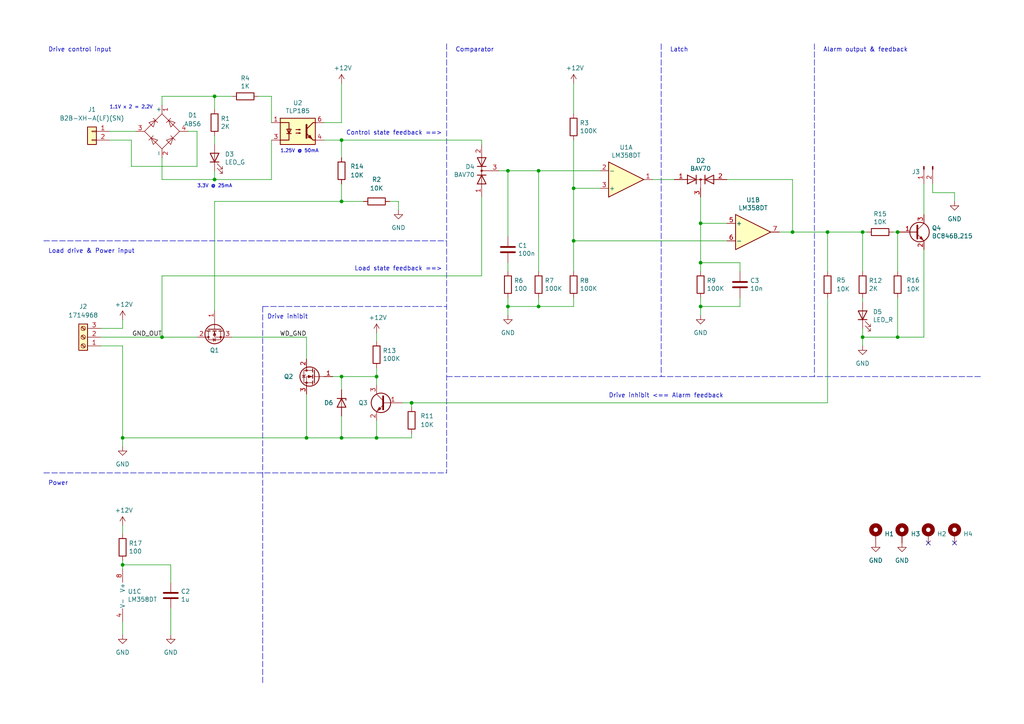
<source format=kicad_sch>
(kicad_sch (version 20211123) (generator eeschema)
  (paper "A4")
  (title_block (title "WD SSR") (date "2022-10-19") (rev "1.1") (company "Elias Rodriguez Martin"))
  (lib_symbols
    (symbol "Amplifier_Operational:LM358" (pin_names (offset 0.127))
      (property "Reference" "U" (at 0 5.08 0))
      (property "Value" "LM358" (at 0 -5.08 0))
      (symbol "LM358_1_1"
        (polyline (pts (xy -5.08 5.08) (xy 5.08 0) (xy -5.08 -5.08) (xy -5.08 5.08)) (stroke (width 0.254)) (fill (type background)))
        (pin output line (at 7.62 0 180) (length 2.54) (name "~") (number "1"))
        (pin input line (at -7.62 -2.54 0) (length 2.54) (name "-") (number "2"))
        (pin input line (at -7.62 2.54 0) (length 2.54) (name "+") (number "3"))
      )
      (symbol "LM358_2_1"
        (polyline (pts (xy -5.08 5.08) (xy 5.08 0) (xy -5.08 -5.08) (xy -5.08 5.08)) (stroke (width 0.254)) (fill (type background)))
        (pin input line (at -7.62 2.54 0) (length 2.54) (name "+") (number "5"))
        (pin input line (at -7.62 -2.54 0) (length 2.54) (name "-") (number "6"))
        (pin output line (at 7.62 0 180) (length 2.54) (name "~") (number "7"))
      )
      (symbol "LM358_3_1"
        (pin power_in line (at -2.54 -7.62 90) (length 3.81) (name "V-") (number "4"))
        (pin power_in line (at -2.54 7.62 270) (length 3.81) (name "V+") (number "8"))
      )
    )
    (symbol "Connector:Conn_01x02_Male" (pin_names (offset 1.016) hide)
      (property "Reference" "J" (at 0 2.54 0))
      (property "Value" "Conn_01x02_Male" (at 0 -5.08 0))
      (symbol "Conn_01x02_Male_1_1"
        (polyline (pts (xy 1.27 -2.54) (xy 0.8636 -2.54)) (stroke (width 0.1524)))
        (polyline (pts (xy 1.27 0) (xy 0.8636 0)) (stroke (width 0.1524)))
        (rectangle (start 0.8636 -2.413) (end 0 -2.667) (stroke (width 0.1524)) (fill (type outline)))
        (rectangle (start 0.8636 0.127) (end 0 -0.127) (stroke (width 0.1524)) (fill (type outline)))
        (pin passive line (at 5.08 0 180) (length 3.81) (name "Pin_1") (number "1"))
        (pin passive line (at 5.08 -2.54 180) (length 3.81) (name "Pin_2") (number "2"))
      )
    )
    (symbol "Connector:Screw_Terminal_01x03" (pin_names (offset 1.016) hide)
      (property "Reference" "J" (at 0 5.08 0))
      (property "Value" "Screw_Terminal_01x03" (at 0 -5.08 0))
      (symbol "Screw_Terminal_01x03_1_1"
        (rectangle (start -1.27 3.81) (end 1.27 -3.81) (stroke (width 0.254)) (fill (type background)))
        (circle (center 0 -2.54) (radius 0.635) (stroke (width 0.1524)))
        (polyline (pts (xy -0.5334 -2.2098) (xy 0.3302 -3.048)) (stroke (width 0.1524)))
        (polyline (pts (xy -0.5334 0.3302) (xy 0.3302 -0.508)) (stroke (width 0.1524)))
        (polyline (pts (xy -0.5334 2.8702) (xy 0.3302 2.032)) (stroke (width 0.1524)))
        (polyline (pts (xy -0.3556 -2.032) (xy 0.508 -2.8702)) (stroke (width 0.1524)))
        (polyline (pts (xy -0.3556 0.508) (xy 0.508 -0.3302)) (stroke (width 0.1524)))
        (polyline (pts (xy -0.3556 3.048) (xy 0.508 2.2098)) (stroke (width 0.1524)))
        (circle (center 0 0) (radius 0.635) (stroke (width 0.1524)))
        (circle (center 0 2.54) (radius 0.635) (stroke (width 0.1524)))
        (pin passive line (at -5.08 2.54 0) (length 3.81) (name "Pin_1") (number "1"))
        (pin passive line (at -5.08 0 0) (length 3.81) (name "Pin_2") (number "2"))
        (pin passive line (at -5.08 -2.54 0) (length 3.81) (name "Pin_3") (number "3"))
      )
    )
    (symbol "Connector_Generic:Conn_01x02" (pin_names (offset 1.016) hide)
      (property "Reference" "J" (at 0 2.54 0))
      (property "Value" "Conn_01x02" (at 0 -5.08 0))
      (symbol "Conn_01x02_1_1"
        (rectangle (start -1.27 -2.413) (end 0 -2.667) (stroke (width 0.1524)))
        (rectangle (start -1.27 0.127) (end 0 -0.127) (stroke (width 0.1524)))
        (rectangle (start -1.27 1.27) (end 1.27 -3.81) (stroke (width 0.254)) (fill (type background)))
        (pin passive line (at -5.08 0 0) (length 3.81) (name "Pin_1") (number "1"))
        (pin passive line (at -5.08 -2.54 0) (length 3.81) (name "Pin_2") (number "2"))
      )
    )
    (symbol "Device:C" (pin_numbers hide) (pin_names (offset 0.254))
      (property "Reference" "C" (at 0.635 2.54 0))
      (property "Value" "C" (at 0.635 -2.54 0))
      (symbol "C_0_1"
        (polyline (pts (xy -2.032 -0.762) (xy 2.032 -0.762)) (stroke (width 0.508)))
        (polyline (pts (xy -2.032 0.762) (xy 2.032 0.762)) (stroke (width 0.508)))
      )
      (symbol "C_1_1"
        (pin passive line (at 0 3.81 270) (length 2.794) (name "~") (number "1"))
        (pin passive line (at 0 -3.81 90) (length 2.794) (name "~") (number "2"))
      )
    )
    (symbol "Device:D_Zener" (pin_numbers hide) (pin_names (offset 1.016) hide)
      (property "Reference" "D" (at 0 2.54 0))
      (property "Value" "D_Zener" (at 0 -2.54 0))
      (symbol "D_Zener_0_1"
        (polyline (pts (xy 1.27 0) (xy -1.27 0)))
        (polyline (pts (xy -1.27 -1.27) (xy -1.27 1.27) (xy -0.762 1.27)) (stroke (width 0.254)))
        (polyline (pts (xy 1.27 -1.27) (xy 1.27 1.27) (xy -1.27 0) (xy 1.27 -1.27)) (stroke (width 0.254)))
      )
      (symbol "D_Zener_1_1"
        (pin passive line (at -3.81 0 0) (length 2.54) (name "K") (number "1"))
        (pin passive line (at 3.81 0 180) (length 2.54) (name "A") (number "2"))
      )
    )
    (symbol "Device:LED" (pin_numbers hide) (pin_names (offset 1.016) hide)
      (property "Reference" "D" (at 0 2.54 0))
      (property "Value" "LED" (at 0 -2.54 0))
      (symbol "LED_0_1"
        (polyline (pts (xy -1.27 -1.27) (xy -1.27 1.27)) (stroke (width 0.254)))
        (polyline (pts (xy -1.27 0) (xy 1.27 0)))
        (polyline (pts (xy 1.27 -1.27) (xy 1.27 1.27) (xy -1.27 0) (xy 1.27 -1.27)) (stroke (width 0.254)))
        (polyline (pts (xy -3.048 -0.762) (xy -4.572 -2.286) (xy -3.81 -2.286) (xy -4.572 -2.286) (xy -4.572 -1.524)))
        (polyline (pts (xy -1.778 -0.762) (xy -3.302 -2.286) (xy -2.54 -2.286) (xy -3.302 -2.286) (xy -3.302 -1.524)))
      )
      (symbol "LED_1_1"
        (pin passive line (at -3.81 0 0) (length 2.54) (name "K") (number "1"))
        (pin passive line (at 3.81 0 180) (length 2.54) (name "A") (number "2"))
      )
    )
    (symbol "Device:Q_NMOS_GDS" (pin_names (offset 0) hide)
      (property "Reference" "Q" (at 5.08 1.27 0))
      (property "Value" "Q_NMOS_GDS" (at 5.08 -1.27 0))
      (symbol "Q_NMOS_GDS_0_1"
        (polyline (pts (xy 0.254 0) (xy -2.54 0)))
        (polyline (pts (xy 0.254 1.905) (xy 0.254 -1.905)) (stroke (width 0.254)))
        (polyline (pts (xy 0.762 -1.27) (xy 0.762 -2.286)) (stroke (width 0.254)))
        (polyline (pts (xy 0.762 0.508) (xy 0.762 -0.508)) (stroke (width 0.254)))
        (polyline (pts (xy 0.762 2.286) (xy 0.762 1.27)) (stroke (width 0.254)))
        (polyline (pts (xy 2.54 2.54) (xy 2.54 1.778)))
        (polyline (pts (xy 2.54 -2.54) (xy 2.54 0) (xy 0.762 0)))
        (polyline (pts (xy 0.762 -1.778) (xy 3.302 -1.778) (xy 3.302 1.778) (xy 0.762 1.778)))
        (polyline (pts (xy 1.016 0) (xy 2.032 0.381) (xy 2.032 -0.381) (xy 1.016 0)) (fill (type outline)))
        (polyline (pts (xy 2.794 0.508) (xy 2.921 0.381) (xy 3.683 0.381) (xy 3.81 0.254)))
        (polyline (pts (xy 3.302 0.381) (xy 2.921 -0.254) (xy 3.683 -0.254) (xy 3.302 0.381)))
        (circle (center 1.651 0) (radius 2.794) (stroke (width 0.254)))
        (circle (center 2.54 -1.778) (radius 0.254) (fill (type outline)))
        (circle (center 2.54 1.778) (radius 0.254) (fill (type outline)))
      )
      (symbol "Q_NMOS_GDS_1_1"
        (pin input line (at -5.08 0 0) (length 2.54) (name "G") (number "1"))
        (pin passive line (at 2.54 5.08 270) (length 2.54) (name "D") (number "2"))
        (pin passive line (at 2.54 -5.08 90) (length 2.54) (name "S") (number "3"))
      )
    )
    (symbol "Device:R" (pin_numbers hide) (pin_names (offset 0))
      (property "Reference" "R" (at 2.032 0 90))
      (property "Value" "R" (at 0 0 90))
      (symbol "R_0_1"
        (rectangle (start -1.016 -2.54) (end 1.016 2.54) (stroke (width 0.254)))
      )
      (symbol "R_1_1"
        (pin passive line (at 0 3.81 270) (length 1.27) (name "~") (number "1"))
        (pin passive line (at 0 -3.81 90) (length 1.27) (name "~") (number "2"))
      )
    )
    (symbol "Diode:BAV70" (pin_names (offset 0.762) hide)
      (property "Reference" "D" (at 0.635 -2.54 0))
      (property "Value" "BAV70" (at 0 2.54 0))
      (symbol "BAV70_0_1"
        (polyline (pts (xy -3.81 0) (xy 3.81 0)))
        (polyline (pts (xy 0 0) (xy 0 -2.54)))
        (polyline (pts (xy -1.27 -1.27) (xy -1.27 1.27) (xy -1.27 1.27)) (stroke (width 0.254)))
        (polyline (pts (xy 1.27 -1.27) (xy 1.27 1.27) (xy 1.27 1.27)) (stroke (width 0.254)))
        (polyline (pts (xy -3.81 1.27) (xy -1.27 0) (xy -3.81 -1.27) (xy -3.81 1.27) (xy -3.81 1.27) (xy -3.81 1.27)) (stroke (width 0.254)))
        (polyline (pts (xy 3.81 -1.27) (xy 1.27 0) (xy 3.81 1.27) (xy 3.81 -1.27) (xy 3.81 -1.27) (xy 3.81 -1.27)) (stroke (width 0.254)))
        (circle (center 0 0) (radius 0.254) (fill (type outline)))
        (pin passive line (at -7.62 0 0) (length 3.81) (name "A") (number "1"))
        (pin passive line (at 7.62 0 180) (length 3.81) (name "A") (number "2"))
        (pin passive line (at 0 -5.08 90) (length 2.54) (name "K") (number "3"))
      )
    )
    (symbol "Diode_Bridge:ABS6" (pin_names (offset 0))
      (property "Reference" "D" (at 2.54 6.985 0))
      (property "Value" "ABS6" (at 2.54 5.08 0))
      (symbol "ABS6_0_1"
        (polyline (pts (xy -2.54 3.81) (xy -1.27 2.54)))
        (polyline (pts (xy -1.27 -2.54) (xy -2.54 -3.81)))
        (polyline (pts (xy 2.54 -1.27) (xy 3.81 -2.54)))
        (polyline (pts (xy 2.54 1.27) (xy 3.81 2.54)))
        (polyline (pts (xy -3.81 2.54) (xy -2.54 1.27) (xy -1.905 3.175) (xy -3.81 2.54)))
        (polyline (pts (xy -2.54 -1.27) (xy -3.81 -2.54) (xy -1.905 -3.175) (xy -2.54 -1.27)))
        (polyline (pts (xy 1.27 2.54) (xy 2.54 3.81) (xy 3.175 1.905) (xy 1.27 2.54)))
        (polyline (pts (xy 3.175 -1.905) (xy 1.27 -2.54) (xy 2.54 -3.81) (xy 3.175 -1.905)))
        (polyline (pts (xy -5.08 0) (xy 0 -5.08) (xy 5.08 0) (xy 0 5.08) (xy -5.08 0)))
      )
      (symbol "ABS6_1_1"
        (pin passive line (at 7.62 0 180) (length 2.54) (name "+") (number "1"))
        (pin passive line (at -7.62 0 0) (length 2.54) (name "-") (number "2"))
        (pin passive line (at 0 -7.62 90) (length 2.54) (name "~") (number "3"))
        (pin passive line (at 0 7.62 270) (length 2.54) (name "~") (number "4"))
      )
    )
    (symbol "Isolator:TLP185"
      (property "Reference" "U" (at -5.08 5.08 0))
      (property "Value" "TLP185" (at -5.08 -5.08 0))
      (symbol "TLP185_0_1"
        (rectangle (start -5.08 3.81) (end 5.08 -3.81) (stroke (width 0.254)) (fill (type background)))
        (polyline (pts (xy -3.175 -0.635) (xy -1.905 -0.635)) (stroke (width 0.254)))
        (polyline (pts (xy 2.54 1.905) (xy 2.54 -1.905) (xy 2.54 -1.905)) (stroke (width 0.508)))
        (polyline (pts (xy 5.08 -2.54) (xy 4.445 -2.54) (xy 2.54 -0.635)) (stroke (width 0.254)))
        (polyline (pts (xy 5.08 2.54) (xy 4.445 2.54) (xy 2.54 0.635)) (stroke (width 0.254)))
        (polyline (pts (xy -5.08 -2.54) (xy -2.54 -2.54) (xy -2.54 2.54) (xy -5.08 2.54)) (stroke (width 0.254)))
        (polyline (pts (xy -2.54 -0.635) (xy -3.175 0.635) (xy -1.905 0.635) (xy -2.54 -0.635)) (stroke (width 0.254)))
        (polyline (pts (xy -0.508 -0.508) (xy 0.762 -0.508) (xy 0.381 -0.635) (xy 0.381 -0.381) (xy 0.762 -0.508)) (stroke (width 0.254)))
        (polyline (pts (xy -0.508 0.508) (xy 0.762 0.508) (xy 0.381 0.381) (xy 0.381 0.635) (xy 0.762 0.508)) (stroke (width 0.254)))
        (polyline (pts (xy 3.048 -1.651) (xy 3.556 -1.143) (xy 4.064 -2.159) (xy 3.048 -1.651) (xy 3.048 -1.651)) (stroke (width 0.254)) (fill (type outline)))
      )
      (symbol "TLP185_1_1"
        (pin passive line (at -7.62 2.54 0) (length 2.54) (name "~") (number "1"))
        (pin passive line (at -7.62 -2.54 0) (length 2.54) (name "~") (number "3"))
        (pin passive line (at 7.62 -2.54 180) (length 2.54) (name "~") (number "4"))
        (pin passive line (at 7.62 2.54 180) (length 2.54) (name "~") (number "6"))
      )
    )
    (symbol "Mechanical:MountingHole_Pad" (pin_numbers hide) (pin_names (offset 1.016) hide)
      (property "Reference" "H" (at 0 6.35 0))
      (property "Value" "MountingHole_Pad" (at 0 4.445 0))
      (symbol "MountingHole_Pad_0_1"
        (circle (center 0 1.27) (radius 1.27) (stroke (width 1.27)))
      )
      (symbol "MountingHole_Pad_1_1"
        (pin input line (at 0 -2.54 90) (length 2.54) (name "1") (number "1"))
      )
    )
    (symbol "Transistor_BJT:BC846" (pin_names (offset 0) hide)
      (property "Reference" "Q" (at 5.08 1.905 0))
      (property "Value" "BC846" (at 5.08 0 0))
      (symbol "BC846_0_1"
        (polyline (pts (xy 0.635 0.635) (xy 2.54 2.54)))
        (polyline (pts (xy 0.635 -0.635) (xy 2.54 -2.54) (xy 2.54 -2.54)))
        (polyline (pts (xy 0.635 1.905) (xy 0.635 -1.905) (xy 0.635 -1.905)) (stroke (width 0.508)))
        (polyline (pts (xy 1.27 -1.778) (xy 1.778 -1.27) (xy 2.286 -2.286) (xy 1.27 -1.778) (xy 1.27 -1.778)) (fill (type outline)))
        (circle (center 1.27 0) (radius 2.8194) (stroke (width 0.254)))
      )
      (symbol "BC846_1_1"
        (pin input line (at -5.08 0 0) (length 5.715) (name "B") (number "1"))
        (pin passive line (at 2.54 -5.08 90) (length 2.54) (name "E") (number "2"))
        (pin passive line (at 2.54 5.08 270) (length 2.54) (name "C") (number "3"))
      )
    )
    (symbol "power:+12V" (power) (pin_names (offset 0))
      (property "Value" "+12V" (at 0 3.556 0))
      (symbol "+12V_0_1"
        (polyline (pts (xy -0.762 1.27) (xy 0 2.54)))
        (polyline (pts (xy 0 0) (xy 0 2.54)))
        (polyline (pts (xy 0 2.54) (xy 0.762 1.27)))
      )
      (symbol "+12V_1_1"
        (pin power_in line (at 0 0 90) (length 0) hide (name "+12V") (number "1"))
      )
    )
    (symbol "power:GND" (power) (pin_names (offset 0))
      (property "Value" "GND" (at 0 -3.81 0))
      (symbol "GND_0_1"
        (polyline (pts (xy 0 0) (xy 0 -1.27) (xy 1.27 -1.27) (xy 0 -2.54) (xy -1.27 -1.27) (xy 0 -1.27)))
      )
      (symbol "GND_1_1"
        (pin power_in line (at 0 0 270) (length 0) hide (name "GND") (number "1"))
      )
    )
  )
  (junction (at 119.38 116.84))
  (junction (at 250.19 97.79))
  (junction (at 99.06 127))
  (junction (at 99.06 58.42))
  (junction (at 203.2 64.77))
  (junction (at 260.35 67.31))
  (junction (at 250.19 67.31))
  (junction (at 166.37 54.61))
  (junction (at 147.32 88.9))
  (junction (at 240.03 67.31))
  (junction (at 166.37 69.85))
  (junction (at 99.06 109.22))
  (junction (at 35.56 127))
  (junction (at 62.23 52.07))
  (junction (at 203.2 88.9))
  (junction (at 260.35 97.79))
  (junction (at 109.22 109.22))
  (junction (at 203.2 76.2))
  (junction (at 62.23 27.94))
  (junction (at 88.9 127))
  (junction (at 99.06 40.64))
  (junction (at 46.99 97.79))
  (junction (at 156.21 88.9))
  (junction (at 147.32 49.53))
  (junction (at 35.56 163.83))
  (junction (at 156.21 49.53))
  (junction (at 109.22 127))
  (junction (at 229.87 67.31))
  (no_connect (at 276.86 157.48))
  (no_connect (at 269.24 157.48))
  (wire (pts (xy 156.21 88.9) (xy 166.37 88.9)))
  (wire (pts (xy 46.99 97.79) (xy 57.15 97.79)))
  (wire (pts (xy 74.93 27.94) (xy 78.74 27.94)))
  (wire (pts (xy 99.06 109.22) (xy 99.06 113.03)))
  (wire (pts (xy 147.32 88.9) (xy 156.21 88.9)))
  (wire (pts (xy 250.19 97.79) (xy 250.19 100.33)))
  (wire (pts (xy 166.37 69.85) (xy 166.37 78.74)))
  (wire (pts (xy 189.23 52.07) (xy 195.58 52.07)))
  (wire (pts (xy 115.57 58.42) (xy 115.57 60.96)))
  (wire (pts (xy 31.75 40.64) (xy 38.1 40.64)))
  (wire (pts (xy 267.97 53.34) (xy 267.97 62.23)))
  (wire (pts (xy 38.1 40.64) (xy 38.1 48.26)))
  (wire (pts (xy 62.23 58.42) (xy 99.06 58.42)))
  (wire (pts (xy 88.9 97.79) (xy 88.9 104.14)))
  (wire (pts (xy 62.23 90.17) (xy 62.23 58.42)))
  (wire (pts (xy 46.99 27.94) (xy 62.23 27.94)))
  (wire (pts (xy 240.03 67.31) (xy 229.87 67.31)))
  (wire (pts (xy 147.32 49.53) (xy 144.78 49.53)))
  (wire (pts (xy 35.56 162.56) (xy 35.56 163.83)))
  (polyline (pts (xy 76.2 88.9) (xy 129.54 88.9)))
  (wire (pts (xy 250.19 95.25) (xy 250.19 97.79)))
  (wire (pts (xy 276.86 55.88) (xy 276.86 58.42)))
  (wire (pts (xy 147.32 88.9) (xy 147.32 91.44)))
  (wire (pts (xy 119.38 125.73) (xy 119.38 127)))
  (wire (pts (xy 147.32 86.36) (xy 147.32 88.9)))
  (wire (pts (xy 93.98 40.64) (xy 99.06 40.64)))
  (wire (pts (xy 99.06 40.64) (xy 99.06 45.72)))
  (wire (pts (xy 250.19 67.31) (xy 251.46 67.31)))
  (wire (pts (xy 203.2 88.9) (xy 203.2 91.44)))
  (wire (pts (xy 57.15 38.1) (xy 54.61 38.1)))
  (wire (pts (xy 214.63 78.74) (xy 214.63 76.2)))
  (wire (pts (xy 147.32 68.58) (xy 147.32 49.53)))
  (wire (pts (xy 99.06 24.13) (xy 99.06 35.56)))
  (wire (pts (xy 203.2 88.9) (xy 214.63 88.9)))
  (wire (pts (xy 96.52 109.22) (xy 99.06 109.22)))
  (wire (pts (xy 166.37 69.85) (xy 210.82 69.85)))
  (wire (pts (xy 78.74 52.07) (xy 62.23 52.07)))
  (wire (pts (xy 156.21 78.74) (xy 156.21 49.53)))
  (wire (pts (xy 240.03 67.31) (xy 240.03 78.74)))
  (wire (pts (xy 166.37 54.61) (xy 173.99 54.61)))
  (wire (pts (xy 57.15 38.1) (xy 57.15 48.26)))
  (wire (pts (xy 229.87 52.07) (xy 229.87 67.31)))
  (wire (pts (xy 35.56 180.34) (xy 35.56 184.15)))
  (wire (pts (xy 49.53 176.53) (xy 49.53 184.15)))
  (wire (pts (xy 147.32 76.2) (xy 147.32 78.74)))
  (wire (pts (xy 259.08 67.31) (xy 260.35 67.31)))
  (wire (pts (xy 260.35 97.79) (xy 267.97 97.79)))
  (wire (pts (xy 78.74 35.56) (xy 78.74 27.94)))
  (wire (pts (xy 147.32 49.53) (xy 156.21 49.53)))
  (wire (pts (xy 99.06 58.42) (xy 105.41 58.42)))
  (wire (pts (xy 99.06 40.64) (xy 139.7 40.64)))
  (polyline (pts (xy 129.54 109.22) (xy 284.48 109.22)))
  (wire (pts (xy 109.22 106.68) (xy 109.22 109.22)))
  (wire (pts (xy 166.37 24.13) (xy 166.37 33.02)))
  (wire (pts (xy 62.23 39.37) (xy 62.23 41.91)))
  (wire (pts (xy 46.99 80.01) (xy 139.7 80.01)))
  (polyline (pts (xy 76.2 88.9) (xy 76.2 198.12)))
  (wire (pts (xy 139.7 80.01) (xy 139.7 57.15)))
  (wire (pts (xy 46.99 30.48) (xy 46.99 27.94)))
  (wire (pts (xy 46.99 45.72) (xy 46.99 52.07)))
  (wire (pts (xy 214.63 76.2) (xy 203.2 76.2)))
  (wire (pts (xy 119.38 116.84) (xy 240.03 116.84)))
  (wire (pts (xy 119.38 116.84) (xy 116.84 116.84)))
  (polyline (pts (xy 12.7 137.16) (xy 129.54 137.16)))
  (wire (pts (xy 62.23 49.53) (xy 62.23 52.07)))
  (wire (pts (xy 35.56 163.83) (xy 35.56 165.1)))
  (wire (pts (xy 29.21 95.25) (xy 35.56 95.25)))
  (wire (pts (xy 139.7 41.91) (xy 139.7 40.64)))
  (wire (pts (xy 113.03 58.42) (xy 115.57 58.42)))
  (wire (pts (xy 46.99 80.01) (xy 46.99 97.79)))
  (wire (pts (xy 203.2 86.36) (xy 203.2 88.9)))
  (polyline (pts (xy 129.54 12.7) (xy 129.54 137.16)))
  (wire (pts (xy 109.22 127) (xy 119.38 127)))
  (wire (pts (xy 35.56 163.83) (xy 49.53 163.83)))
  (wire (pts (xy 270.51 55.88) (xy 276.86 55.88)))
  (wire (pts (xy 35.56 127) (xy 35.56 129.54)))
  (wire (pts (xy 31.75 38.1) (xy 39.37 38.1)))
  (wire (pts (xy 156.21 49.53) (xy 173.99 49.53)))
  (wire (pts (xy 203.2 64.77) (xy 210.82 64.77)))
  (wire (pts (xy 267.97 97.79) (xy 267.97 72.39)))
  (wire (pts (xy 240.03 67.31) (xy 250.19 67.31)))
  (wire (pts (xy 29.21 100.33) (xy 35.56 100.33)))
  (wire (pts (xy 109.22 121.92) (xy 109.22 127)))
  (wire (pts (xy 46.99 52.07) (xy 62.23 52.07)))
  (wire (pts (xy 93.98 35.56) (xy 99.06 35.56)))
  (wire (pts (xy 203.2 76.2) (xy 203.2 78.74)))
  (wire (pts (xy 35.56 100.33) (xy 35.56 127)))
  (wire (pts (xy 99.06 127) (xy 109.22 127)))
  (wire (pts (xy 166.37 40.64) (xy 166.37 54.61)))
  (wire (pts (xy 109.22 96.52) (xy 109.22 99.06)))
  (wire (pts (xy 156.21 86.36) (xy 156.21 88.9)))
  (wire (pts (xy 49.53 163.83) (xy 49.53 168.91)))
  (wire (pts (xy 35.56 92.71) (xy 35.56 95.25)))
  (wire (pts (xy 250.19 87.63) (xy 250.19 86.36)))
  (wire (pts (xy 260.35 67.31) (xy 260.35 78.74)))
  (wire (pts (xy 260.35 97.79) (xy 250.19 97.79)))
  (wire (pts (xy 250.19 67.31) (xy 250.19 78.74)))
  (wire (pts (xy 62.23 31.75) (xy 62.23 27.94)))
  (wire (pts (xy 67.31 97.79) (xy 88.9 97.79)))
  (wire (pts (xy 99.06 53.34) (xy 99.06 58.42)))
  (wire (pts (xy 210.82 52.07) (xy 229.87 52.07)))
  (wire (pts (xy 57.15 48.26) (xy 38.1 48.26)))
  (wire (pts (xy 203.2 64.77) (xy 203.2 76.2)))
  (wire (pts (xy 29.21 97.79) (xy 46.99 97.79)))
  (wire (pts (xy 166.37 54.61) (xy 166.37 69.85)))
  (wire (pts (xy 166.37 86.36) (xy 166.37 88.9)))
  (wire (pts (xy 88.9 127) (xy 99.06 127)))
  (wire (pts (xy 226.06 67.31) (xy 229.87 67.31)))
  (polyline (pts (xy 236.22 12.7) (xy 236.22 109.22)))
  (wire (pts (xy 119.38 116.84) (xy 119.38 118.11)))
  (wire (pts (xy 78.74 40.64) (xy 78.74 52.07)))
  (wire (pts (xy 240.03 86.36) (xy 240.03 116.84)))
  (wire (pts (xy 35.56 152.4) (xy 35.56 154.94)))
  (wire (pts (xy 270.51 55.88) (xy 270.51 53.34)))
  (wire (pts (xy 99.06 109.22) (xy 109.22 109.22)))
  (wire (pts (xy 109.22 109.22) (xy 109.22 111.76)))
  (wire (pts (xy 214.63 86.36) (xy 214.63 88.9)))
  (wire (pts (xy 99.06 120.65) (xy 99.06 127)))
  (wire (pts (xy 62.23 27.94) (xy 67.31 27.94)))
  (wire (pts (xy 260.35 86.36) (xy 260.35 97.79)))
  (wire (pts (xy 88.9 114.3) (xy 88.9 127)))
  (wire (pts (xy 35.56 127) (xy 88.9 127)))
  (wire (pts (xy 203.2 57.15) (xy 203.2 64.77)))
  (polyline (pts (xy 191.77 12.7) (xy 191.77 109.22)))
  (polyline (pts (xy 12.7 69.85) (xy 129.54 69.85)))
  (text "Drive control input" (at 13.97 15.24 0) (effects (font (size 1.27 1.27)) (justify left bottom)))
  (text "Load state feedback ==>" (at 128.27 78.74 180) (effects (font (size 1.27 1.27)) (justify right bottom)))
  (text "Comparator" (at 132.08 15.24 0) (effects (font (size 1.27 1.27)) (justify left bottom)))
  (text "Control state feedback ==>" (at 128.27 39.37 180) (effects (font (size 1.27 1.27)) (justify right bottom)))
  (text "1.1V x 2 = 2.2V" (at 31.75 31.75 0) (effects (font (size 0.9906 0.9906)) (justify left bottom)))
  (text "Power" (at 13.97 140.97 0) (effects (font (size 1.27 1.27)) (justify left bottom)))
  (text "Alarm output & feedback" (at 238.76 15.24 0) (effects (font (size 1.27 1.27)) (justify left bottom)))
  (text "Drive inhibit" (at 77.47 92.71 0) (effects (font (size 1.27 1.27)) (justify left bottom)))
  (text "Drive inhibit <== Alarm feedback" (at 176.53 115.57 0) (effects (font (size 1.27 1.27)) (justify left bottom)))
  (text "1.25V @ 50mA" (at 81.28 44.45 0) (effects (font (size 0.9906 0.9906)) (justify left bottom)))
  (text "Load drive & Power input" (at 13.97 73.66 0) (effects (font (size 1.27 1.27)) (justify left bottom)))
  (text "Latch" (at 194.31 15.24 0) (effects (font (size 1.27 1.27)) (justify left bottom)))
  (text "3.3V @ 25mA" (at 57.15 54.61 0) (effects (font (size 0.9906 0.9906)) (justify left bottom)))
  (label "WD_GND" (at 88.9 97.79 180))
  (label "GND_OUT" (at 46.99 97.79 180))
  (symbol (lib_id "power:+12V") (at 35.56 92.71 0) (unit 1)
    (property "Reference" "#PWR0101" (effects hide))
    (property "Value" "+12V" (at 35.941 88.3158 0))
  )
  (symbol (lib_id "Isolator:TLP185") (at 86.36 38.1 0) (unit 1)
    (property "Reference" "U2" (at 86.36 29.845 0))
    (property "Value" "TLP185" (at 86.36 32.1564 0))
    (property "Footprint" "Package_SO:SOIC-4_4.55x3.7mm_P2.54mm" (effects hide))
    (property "Datasheet" "https://toshiba.semicon-storage.com/info/docget.jsp?did=11791&prodName=TLP185" (effects hide))
    (property "LCSC Part #" "C7240" (effects hide))
    (property "Manufacturer_Name" "TOSHIBA" (effects hide))
    (property "Manufacturer_Part_Number" "TLP185(GB-TPL,SE(T" (effects hide))
  )
  (symbol (lib_id "Diode_Bridge:ABS6") (at 46.99 38.1 270) (mirror x) (unit 1)
    (property "Reference" "D1" (at 55.88 33.401 90))
    (property "Value" "ABS6" (at 55.88 35.941 90))
    (property "Footprint" "Diode_SMD:Diode_Bridge_Diotec_ABS" (effects hide))
    (property "Datasheet" "https://diotec.com/tl_files/diotec/files/pdf/datasheets/abs2.pdf" (effects hide))
    (property "LCSC Part #" "C169532" (effects hide))
    (property "Manufacturer_Name" "Shandong Jingdao Microelectronics" (effects hide))
    (property "Manufacturer_Part_Number" "ABS6-10" (effects hide))
  )
  (symbol (lib_id "power:+12V") (at 99.06 24.13 0) (unit 1)
    (property "Reference" "#PWR0105" (effects hide))
    (property "Value" "+12V" (at 99.441 19.7358 0))
  )
  (symbol (lib_id "Device:R") (at 166.37 36.83 0) (unit 1)
    (property "Reference" "R3" (at 168.148 35.6616 0) (effects (justify left)))
    (property "Value" "100K" (at 168.148 37.973 0) (effects (justify left)))
    (property "Footprint" "Resistor_SMD:R_0603_1608Metric_Pad0.98x0.95mm_HandSolder" (effects hide))
    (property "LCSC Part #" "C25803" (effects hide))
    (property "Manufacturer_Name" "UNI-ROYAL(Uniroyal Elec)" (effects hide))
    (property "Manufacturer_Part_Number" "0603WAF1003T5E" (effects hide))
  )
  (symbol (lib_id "Amplifier_Operational:LM358") (at 181.61 52.07 0) (mirror x) (unit 1)
    (property "Reference" "U1" (at 181.61 42.7482 0))
    (property "Value" "LM358DT" (at 181.61 45.0596 0))
    (property "Footprint" "Package_SO:SO-8_3.9x4.9mm_P1.27mm" (effects hide))
    (property "Datasheet" "http://www.ti.com/lit/ds/symlink/lm2904-n.pdf" (effects hide))
    (property "LCSC Part #" "C9418" (effects hide))
    (property "Manufacturer_Name" "STMicroelectronics" (effects hide))
    (property "Manufacturer_Part_Number" "LM358DT" (effects hide))
  )
  (symbol (lib_id "Amplifier_Operational:LM358") (at 218.44 67.31 0) (unit 2)
    (property "Reference" "U1" (at 218.44 57.9882 0))
    (property "Value" "LM358DT" (at 218.44 60.2996 0))
    (property "Footprint" "Package_SO:SO-8_3.9x4.9mm_P1.27mm" (effects hide))
    (property "Datasheet" "http://www.ti.com/lit/ds/symlink/lm2904-n.pdf" (effects hide))
    (property "LCSC Part #" "C9418" (effects hide))
    (property "Manufacturer_Name" "STMicroelectronics" (effects hide))
    (property "Manufacturer_Part_Number" "LM358DT" (effects hide))
  )
  (symbol (lib_id "Amplifier_Operational:LM358") (at 38.1 172.72 0) (unit 3)
    (property "Reference" "U1" (at 37.0332 171.5516 0) (effects (justify left)))
    (property "Value" "LM358DT" (at 37.0332 173.863 0) (effects (justify left)))
    (property "Footprint" "Package_SO:SO-8_3.9x4.9mm_P1.27mm" (effects hide))
    (property "Datasheet" "http://www.ti.com/lit/ds/symlink/lm2904-n.pdf" (effects hide))
    (property "LCSC Part #" "C9418" (effects hide))
    (property "Manufacturer_Name" "STMicroelectronics" (effects hide))
    (property "Manufacturer_Part_Number" "LM358DT" (effects hide))
  )
  (symbol (lib_id "Diode:BAV70") (at 139.7 49.53 90) (unit 1)
    (property "Reference" "D4" (at 137.6934 48.3616 90) (effects (justify left)))
    (property "Value" "BAV70" (at 137.6934 50.673 90) (effects (justify left)))
    (property "Footprint" "Package_TO_SOT_SMD:SOT-23" (effects hide))
    (property "Datasheet" "https://assets.nexperia.com/documents/data-sheet/BAV70_SER.pdf" (effects hide))
    (property "LCSC Part #" "C68978" (effects hide))
    (property "Manufacturer_Name" "Changjiang Electronics Tech (CJ)" (effects hide))
    (property "Manufacturer_Part_Number" "BAV70" (effects hide))
  )
  (symbol (lib_id "Diode:BAV70") (at 203.2 52.07 0) (unit 1)
    (property "Reference" "D2" (at 203.2 46.5836 0))
    (property "Value" "BAV70" (at 203.2 48.895 0))
    (property "Footprint" "Package_TO_SOT_SMD:SOT-23" (effects hide))
    (property "Datasheet" "https://assets.nexperia.com/documents/data-sheet/BAV70_SER.pdf" (effects hide))
    (property "LCSC Part #" "C68978" (effects hide))
    (property "Manufacturer_Name" "Changjiang Electronics Tech (CJ)" (effects hide))
    (property "Manufacturer_Part_Number" "BAV70" (effects hide))
  )
  (symbol (lib_id "power:+12V") (at 35.56 152.4 0) (unit 1)
    (property "Reference" "#PWR0104" (effects hide))
    (property "Value" "+12V" (at 35.941 148.0058 0))
  )
  (symbol (lib_id "Device:R") (at 166.37 82.55 0) (unit 1)
    (property "Reference" "R8" (at 168.148 81.3816 0) (effects (justify left)))
    (property "Value" "100K" (at 168.148 83.693 0) (effects (justify left)))
    (property "Footprint" "Resistor_SMD:R_0603_1608Metric_Pad0.98x0.95mm_HandSolder" (effects hide))
    (property "LCSC Part #" "C25803" (effects hide))
    (property "Manufacturer_Name" "UNI-ROYAL(Uniroyal Elec)" (effects hide))
    (property "Manufacturer_Part_Number" "0603WAF1003T5E" (effects hide))
  )
  (symbol (lib_id "Device:R") (at 203.2 82.55 0) (unit 1)
    (property "Reference" "R9" (at 204.978 81.3816 0) (effects (justify left)))
    (property "Value" "100K" (at 204.978 83.693 0) (effects (justify left)))
    (property "Footprint" "Resistor_SMD:R_0603_1608Metric_Pad0.98x0.95mm_HandSolder" (effects hide))
    (property "LCSC Part #" "C25803" (effects hide))
    (property "Manufacturer_Name" "UNI-ROYAL(Uniroyal Elec)" (effects hide))
    (property "Manufacturer_Part_Number" "0603WAF1003T5E" (effects hide))
  )
  (symbol (lib_id "Device:C") (at 147.32 72.39 0) (unit 1)
    (property "Reference" "C1" (at 150.241 71.2216 0) (effects (justify left)))
    (property "Value" "100n" (at 150.241 73.533 0) (effects (justify left)))
    (property "Footprint" "Capacitor_SMD:C_0603_1608Metric_Pad1.08x0.95mm_HandSolder" (effects hide))
    (property "LCSC Part #" "C14663" (effects hide))
    (property "Manufacturer_Name" "YAGEO" (effects hide))
    (property "Manufacturer_Part_Number" "CC0603KRX7R9BB104 " (effects hide))
  )
  (symbol (lib_id "Device:R") (at 147.32 82.55 0) (unit 1)
    (property "Reference" "R6" (at 149.098 81.3816 0) (effects (justify left)))
    (property "Value" "100" (at 149.098 83.693 0) (effects (justify left)))
    (property "Footprint" "Resistor_SMD:R_0603_1608Metric_Pad0.98x0.95mm_HandSolder" (effects hide))
    (property "LCSC Part #" "C22775" (effects hide))
    (property "Manufacturer_Name" "Uniroyal Elec" (effects hide))
    (property "Manufacturer_Part_Number" "0603WAF1000T5E" (effects hide))
  )
  (symbol (lib_id "Device:R") (at 156.21 82.55 0) (unit 1)
    (property "Reference" "R7" (at 157.988 81.3816 0) (effects (justify left)))
    (property "Value" "100K" (at 157.988 83.693 0) (effects (justify left)))
    (property "Footprint" "Resistor_SMD:R_0603_1608Metric_Pad0.98x0.95mm_HandSolder" (effects hide))
    (property "LCSC Part #" "C25803" (effects hide))
    (property "Manufacturer_Name" "UNI-ROYAL(Uniroyal Elec)" (effects hide))
    (property "Manufacturer_Part_Number" "0603WAF1003T5E" (effects hide))
  )
  (symbol (lib_id "Transistor_BJT:BC846") (at 111.76 116.84 0) (mirror y) (unit 1)
    (property "Reference" "Q3" (at 106.68 116.8399 0) (effects (justify left)))
    (property "Value" "BC846B,215" (effects hide))
    (property "Footprint" "Package_TO_SOT_SMD:SOT-23" (effects hide))
    (property "Datasheet" "https://assets.nexperia.com/documents/data-sheet/BC846_SER.pdf" (effects hide))
    (property "LCSC Part #" "C87062" (effects hide))
    (property "Manufacturer_Name" "Nexperia" (effects hide))
    (property "Manufacturer_Part_Number" "BC846B,215" (effects hide))
  )
  (symbol (lib_id "Device:R") (at 240.03 82.55 0) (unit 1)
    (property "Reference" "R5" (at 242.57 81.2799 0) (effects (justify left)))
    (property "Value" "10K" (at 242.57 83.8199 0) (effects (justify left)))
    (property "Footprint" "Resistor_SMD:R_0603_1608Metric_Pad0.98x0.95mm_HandSolder" (effects hide))
    (property "LCSC Part #" "C25804" (effects hide))
    (property "Manufacturer_Name" "Uniroyal Elec" (effects hide))
    (property "Manufacturer_Part_Number" "0603WAF1002T5E " (effects hide))
  )
  (symbol (lib_id "Device:R") (at 250.19 82.55 0) (unit 1)
    (property "Reference" "R12" (at 251.968 81.3816 0) (effects (justify left)))
    (property "Value" "2K" (at 251.968 83.693 0) (effects (justify left)))
    (property "Footprint" "Resistor_SMD:R_0603_1608Metric_Pad0.98x0.95mm_HandSolder" (effects hide))
    (property "LCSC Part #" "C21190" (effects hide))
    (property "Manufacturer_Name" "UNIROYAL ELEC" (effects hide))
    (property "Manufacturer_Part_Number" "0603WAF2001T5E" (effects hide))
  )
  (symbol (lib_id "Device:LED") (at 250.19 91.44 90) (unit 1)
    (property "Reference" "D5" (at 253.1618 90.4494 90) (effects (justify right)))
    (property "Value" "LED_R" (at 253.1618 92.7608 90) (effects (justify right)))
    (property "Footprint" "LED_SMD:LED_0603_1608Metric_Pad1.05x0.95mm_HandSolder" (effects hide))
    (property "LCSC Part #" "C2286" (effects hide))
    (property "Manufacturer_Name" "Hubei KENTO Elec" (effects hide))
    (property "Manufacturer_Part_Number" "KT-0603R" (effects hide))
  )
  (symbol (lib_id "Device:LED") (at 62.23 45.72 90) (unit 1)
    (property "Reference" "D3" (at 65.2018 44.7294 90) (effects (justify right)))
    (property "Value" "LED_G" (at 65.2018 47.0408 90) (effects (justify right)))
    (property "Footprint" "LED_SMD:LED_0603_1608Metric_Pad1.05x0.95mm_HandSolder" (effects hide))
    (property "LCSC Part #" "C72043" (effects hide))
    (property "Manufacturer_Name" "Everlight Elec" (effects hide))
    (property "Manufacturer_Part_Number" "19-217/GHC-YR1S2/3T" (effects hide))
  )
  (symbol (lib_id "Device:R") (at 109.22 102.87 0) (unit 1)
    (property "Reference" "R13" (at 110.998 101.7016 0) (effects (justify left)))
    (property "Value" "100K" (at 110.998 104.013 0) (effects (justify left)))
    (property "Footprint" "Resistor_SMD:R_0603_1608Metric_Pad0.98x0.95mm_HandSolder" (effects hide))
    (property "LCSC Part #" "C25803" (effects hide))
    (property "Manufacturer_Name" "UNI-ROYAL(Uniroyal Elec)" (effects hide))
    (property "Manufacturer_Part_Number" "0603WAF1003T5E" (effects hide))
  )
  (symbol (lib_id "Device:C") (at 49.53 172.72 0) (unit 1)
    (property "Reference" "C2" (at 52.451 171.5516 0) (effects (justify left)))
    (property "Value" "1u" (at 52.451 173.863 0) (effects (justify left)))
    (property "Footprint" "Capacitor_SMD:C_0603_1608Metric_Pad1.08x0.95mm_HandSolder" (effects hide))
    (property "LCSC Part #" "C15849" (effects hide))
    (property "Manufacturer_Name" "Samsung Electro-Mechanics" (effects hide))
    (property "Manufacturer_Part_Number" "CL10A105KB8NNNC " (effects hide))
  )
  (symbol (lib_id "Mechanical:MountingHole_Pad") (at 254 154.94 0) (unit 1) (in_bom no)
    (property "Reference" "H1" (at 256.54 154.8638 0) (effects (justify left)))
    (property "Value" "MountingHole" (effects hide))
    (property "Footprint" "MountingHole:MountingHole_3.2mm_M3_ISO7380_Pad" (effects hide))
    (property "Manufacturer_Name" "DNP" (effects hide))
    (property "Manufacturer_Part_Number" "DNP" (effects hide))
  )
  (symbol (lib_id "Mechanical:MountingHole_Pad") (at 269.24 154.94 0) (unit 1) (in_bom no)
    (property "Reference" "H2" (at 271.78 154.8638 0) (effects (justify left)))
    (property "Value" "MountingHole" (effects hide))
    (property "Footprint" "MountingHole:MountingHole_3.2mm_M3_ISO7380_Pad" (effects hide))
    (property "Manufacturer_Name" "DNP" (effects hide))
    (property "Manufacturer_Part_Number" "DNP" (effects hide))
  )
  (symbol (lib_id "Mechanical:MountingHole_Pad") (at 261.62 154.94 0) (unit 1) (in_bom no)
    (property "Reference" "H3" (at 264.16 154.8638 0) (effects (justify left)))
    (property "Value" "MountingHole" (effects hide))
    (property "Footprint" "MountingHole:MountingHole_3.2mm_M3_ISO7380_Pad" (effects hide))
    (property "Manufacturer_Name" "DNP" (effects hide))
    (property "Manufacturer_Part_Number" "DNP" (effects hide))
  )
  (symbol (lib_id "Mechanical:MountingHole_Pad") (at 276.86 154.94 0) (unit 1) (in_bom no)
    (property "Reference" "H4" (at 279.4 154.8638 0) (effects (justify left)))
    (property "Value" "MountingHole" (effects hide))
    (property "Footprint" "MountingHole:MountingHole_3.2mm_M3_ISO7380_Pad" (effects hide))
    (property "Manufacturer_Name" "DNP" (effects hide))
    (property "Manufacturer_Part_Number" "DNP" (effects hide))
  )
  (symbol (lib_id "Device:R") (at 99.06 49.53 0) (unit 1)
    (property "Reference" "R14" (at 101.6 48.2599 0) (effects (justify left)))
    (property "Value" "10K" (at 101.6 50.7999 0) (effects (justify left)))
    (property "Footprint" "Resistor_SMD:R_0603_1608Metric_Pad0.98x0.95mm_HandSolder" (effects hide))
    (property "LCSC Part #" "C25804" (effects hide))
    (property "Manufacturer_Name" "Uniroyal Elec" (effects hide))
    (property "Manufacturer_Part_Number" "0603WAF1002T5E " (effects hide))
  )
  (symbol (lib_id "Device:R") (at 71.12 27.94 90) (unit 1)
    (property "Reference" "R4" (at 71.12 22.6822 90))
    (property "Value" "1K" (at 71.12 24.9936 90))
    (property "Footprint" "Resistor_SMD:R_0603_1608Metric_Pad0.98x0.95mm_HandSolder" (effects hide))
    (property "LCSC Part #" "C21190" (effects hide))
    (property "Manufacturer_Name" "UNIROYAL ELEC" (effects hide))
    (property "Manufacturer_Part_Number" "0603WAF1001T5E" (effects hide))
  )
  (symbol (lib_id "Device:R") (at 62.23 35.56 180) (unit 1)
    (property "Reference" "R1" (at 64.008 34.3916 0) (effects (justify right)))
    (property "Value" "2K" (at 64.008 36.703 0) (effects (justify right)))
    (property "Footprint" "Resistor_SMD:R_0603_1608Metric_Pad0.98x0.95mm_HandSolder" (effects hide))
    (property "LCSC Part #" "C21190" (effects hide))
    (property "Manufacturer_Name" "UNIROYAL ELEC" (effects hide))
    (property "Manufacturer_Part_Number" "0603WAF2001T5E" (effects hide))
  )
  (symbol (lib_id "Transistor_BJT:BC846") (at 265.43 67.31 0) (unit 1)
    (property "Reference" "Q4" (at 270.256 66.1416 0) (effects (justify left)))
    (property "Value" "BC846B,215" (at 270.256 68.453 0) (effects (justify left)))
    (property "Footprint" "Package_TO_SOT_SMD:SOT-23" (effects hide))
    (property "Datasheet" "https://assets.nexperia.com/documents/data-sheet/BC846_SER.pdf" (effects hide))
    (property "LCSC Part #" "C87062" (effects hide))
    (property "Manufacturer_Name" "Nexperia" (effects hide))
    (property "Manufacturer_Part_Number" "BC846B,215" (effects hide))
  )
  (symbol (lib_id "Device:R") (at 255.27 67.31 90) (unit 1)
    (property "Reference" "R15" (at 255.27 62.0522 90))
    (property "Value" "10K" (at 255.27 64.3636 90))
    (property "Footprint" "Resistor_SMD:R_0603_1608Metric_Pad0.98x0.95mm_HandSolder" (effects hide))
    (property "LCSC Part #" "C25804" (effects hide))
    (property "Manufacturer_Name" "Uniroyal Elec" (effects hide))
    (property "Manufacturer_Part_Number" "0603WAF1002T5E " (effects hide))
  )
  (symbol (lib_id "Device:C") (at 214.63 82.55 0) (unit 1)
    (property "Reference" "C3" (at 217.551 81.3816 0) (effects (justify left)))
    (property "Value" "10n" (at 217.551 83.693 0) (effects (justify left)))
    (property "Footprint" "Capacitor_SMD:C_0603_1608Metric_Pad1.08x0.95mm_HandSolder" (effects hide))
    (property "LCSC Part #" "C14663" (effects hide))
    (property "Manufacturer_Name" "YAGEO" (effects hide))
    (property "Manufacturer_Part_Number" "CC0603KRX7R9BB104 " (effects hide))
  )
  (symbol (lib_id "Device:R") (at 35.56 158.75 0) (unit 1)
    (property "Reference" "R17" (at 37.338 157.5816 0) (effects (justify left)))
    (property "Value" "100" (at 37.338 159.893 0) (effects (justify left)))
    (property "Footprint" "Resistor_SMD:R_0603_1608Metric_Pad0.98x0.95mm_HandSolder" (effects hide))
    (property "LCSC Part #" "C22775" (effects hide))
    (property "Manufacturer_Name" "UNI-ROYAL(Uniroyal Elec)" (effects hide))
    (property "Manufacturer_Part_Number" "0603WAF1000T5E" (effects hide))
  )
  (symbol (lib_id "Connector:Conn_01x02_Male") (at 267.97 48.26 90) (mirror x) (unit 1)
    (property "Reference" "J3" (at 266.8524 49.8348 90) (effects (justify left)))
    (property "Value" "Conn_01x02_Male" (effects hide))
    (property "Footprint" "Connector_PinHeader_2.54mm:PinHeader_1x02_P2.54mm_Vertical" (effects hide))
    (property "LCSC Part #" "C160332" (effects hide))
    (property "Manufacturer_Name" "JST Sales America" (effects hide))
    (property "Manufacturer_Part_Number" "RE-H022TD-1190(LF)(SN)" (effects hide))
  )
  (symbol (lib_id "power:+12V") (at 166.37 24.13 0) (unit 1)
    (property "Reference" "#PWR0113" (effects hide))
    (property "Value" "+12V" (at 166.751 19.7358 0))
  )
  (symbol (lib_id "power:GND") (at 254 157.48 0) (unit 1)
    (property "Reference" "#PWR0106" (effects hide))
    (property "Value" "GND" (at 254 162.56 0))
  )
  (symbol (lib_id "power:GND") (at 276.86 58.42 0) (unit 1)
    (property "Reference" "#PWR0102" (effects hide))
    (property "Value" "GND" (at 276.86 63.5 0))
  )
  (symbol (lib_id "Connector_Generic:Conn_01x02") (at 26.67 38.1 0) (mirror y) (unit 1)
    (property "Reference" "J1" (at 26.67 31.75 0))
    (property "Value" "B2B-XH-A(LF)(SN)" (at 26.67 34.29 0))
    (property "Footprint" "WDSSR:LIB_B2B-XH-A(LF)(SN)" (effects hide))
    (property "Datasheet" "http://www.jst-mfg.com/product/pdf/eng/eXH.pdf" (effects hide))
    (property "LCSC Part #" "C161870" (effects hide))
    (property "Part Number" "B3B-XH-AM(LF)(SN)" (effects hide))
  )
  (symbol (lib_id "Device:R") (at 119.38 121.92 0) (unit 1)
    (property "Reference" "R11" (at 121.92 120.6499 0) (effects (justify left)))
    (property "Value" "10K" (at 121.92 123.1899 0) (effects (justify left)))
    (property "Footprint" "Resistor_SMD:R_0603_1608Metric_Pad0.98x0.95mm_HandSolder" (effects hide))
    (property "LCSC Part #" "C25804" (effects hide))
    (property "Manufacturer_Name" "Uniroyal Elec" (effects hide))
    (property "Manufacturer_Part_Number" "0603WAF1002T5E " (effects hide))
  )
  (symbol (lib_id "Device:D_Zener") (at 99.06 116.84 270) (unit 1)
    (property "Reference" "D6" (at 93.98 116.84 90) (effects (justify left)))
    (property "Value" "D_Zener" (effects hide))
    (property "Footprint" "Diode_SMD:D_SOD-323F" (effects hide))
    (property "Part Number" "MM3Z12VB" (effects hide))
    (property "LCSC Part #" "C891576" (effects hide))
  )
  (symbol (lib_id "Device:R") (at 109.22 58.42 90) (unit 1)
    (property "Reference" "R2" (at 109.22 52.07 90))
    (property "Value" "10K" (at 109.22 54.61 90))
    (property "Footprint" "Resistor_SMD:R_0603_1608Metric_Pad0.98x0.95mm_HandSolder" (effects hide))
    (property "LCSC Part #" "C25804" (effects hide))
    (property "Manufacturer_Name" "Uniroyal Elec" (effects hide))
    (property "Manufacturer_Part_Number" "0603WAF1002T5E " (effects hide))
  )
  (symbol (lib_id "power:GND") (at 147.32 91.44 0) (unit 1)
    (property "Reference" "#PWR0112" (effects hide))
    (property "Value" "GND" (at 147.32 96.52 0))
  )
  (symbol (lib_id "Device:Q_NMOS_GDS") (at 91.44 109.22 0) (mirror y) (unit 1)
    (property "Reference" "Q2" (at 85.09 109.2199 0) (effects (justify left)))
    (property "Value" "IRFR7440TRPBF" (effects hide))
    (property "Footprint" "Package_TO_SOT_SMD:TO-252-2" (effects hide))
    (property "Part Number" "IRFR7440TRPBF" (effects hide))
    (property "LCSC Part #" "C97244" (effects hide))
    (property "Alt Part Number" "DMTH43M8LK3Q-13" (effects hide))
  )
  (symbol (lib_id "power:GND") (at 203.2 91.44 0) (unit 1)
    (property "Reference" "#PWR0114" (effects hide))
    (property "Value" "GND" (at 203.2 96.52 0))
  )
  (symbol (lib_id "power:GND") (at 35.56 184.15 0) (unit 1)
    (property "Reference" "#PWR0108" (effects hide))
    (property "Value" "GND" (at 35.56 189.23 0))
  )
  (symbol (lib_id "power:GND") (at 35.56 129.54 0) (unit 1)
    (property "Reference" "#PWR0107" (effects hide))
    (property "Value" "GND" (at 35.56 134.62 0))
  )
  (symbol (lib_id "Connector:Screw_Terminal_01x03") (at 24.13 97.79 180) (unit 1)
    (property "Reference" "J2" (at 24.13 88.9 0))
    (property "Value" "1714968" (at 24.13 91.44 0))
    (property "Footprint" "WDSSR:SHDR3W90P0X635_1X3_1905X1250X2150P" (effects hide))
    (property "Datasheet" "https://componentsearchengine.com/Datasheets/1/1714968.pdf" (effects hide))
    (property "LCSC Part #" "C95692" (effects hide))
    (property "Part Number" "1714968" (effects hide))
  )
  (symbol (lib_id "power:GND") (at 261.62 157.48 0) (unit 1)
    (property "Reference" "#PWR0103" (effects hide))
    (property "Value" "GND" (at 261.62 162.56 0))
  )
  (symbol (lib_id "power:GND") (at 49.53 184.15 0) (unit 1)
    (property "Reference" "#PWR0109" (effects hide))
    (property "Value" "GND" (at 49.53 189.23 0))
  )
  (symbol (lib_id "power:GND") (at 115.57 60.96 0) (unit 1)
    (property "Reference" "#PWR0111" (effects hide))
    (property "Value" "GND" (at 115.57 66.04 0))
  )
  (symbol (lib_id "power:+12V") (at 109.22 96.52 0) (unit 1)
    (property "Reference" "#PWR0110" (effects hide))
    (property "Value" "+12V" (at 109.601 92.1258 0))
  )
  (symbol (lib_id "Device:R") (at 260.35 82.55 0) (unit 1)
    (property "Reference" "R16" (at 262.89 81.2799 0) (effects (justify left)))
    (property "Value" "10K" (at 262.89 83.8199 0) (effects (justify left)))
    (property "Footprint" "Resistor_SMD:R_0603_1608Metric_Pad0.98x0.95mm_HandSolder" (effects hide))
    (property "LCSC Part #" "C25804" (effects hide))
    (property "Manufacturer_Name" "Uniroyal Elec" (effects hide))
    (property "Manufacturer_Part_Number" "0603WAF1002T5E " (effects hide))
  )
  (symbol (lib_id "power:GND") (at 250.19 100.33 0) (unit 1)
    (property "Reference" "#PWR0115" (effects hide))
    (property "Value" "GND" (at 250.19 105.41 0))
  )
  (symbol (lib_id "Device:Q_NMOS_GDS") (at 62.23 95.25 90) (mirror x) (unit 1)
    (property "Reference" "Q1" (at 62.23 101.6 90))
    (property "Value" "IRFR7440TRPBF" (effects hide))
    (property "Footprint" "Package_TO_SOT_SMD:TO-252-2" (effects hide))
    (property "Part Number" "IRFR7440TRPBF" (effects hide))
    (property "LCSC Part #" "C97244" (effects hide))
    (property "Alt Part Number" "DMTH43M8LK3Q-13" (effects hide))
  )
)
</source>
